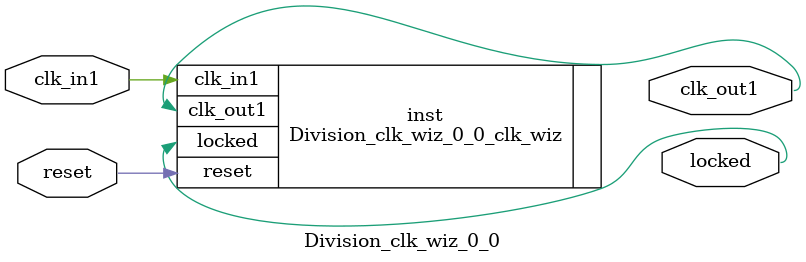
<source format=v>


`timescale 1ps/1ps

(* CORE_GENERATION_INFO = "Division_clk_wiz_0_0,clk_wiz_v6_0_3_0_0,{component_name=Division_clk_wiz_0_0,use_phase_alignment=true,use_min_o_jitter=false,use_max_i_jitter=false,use_dyn_phase_shift=false,use_inclk_switchover=false,use_dyn_reconfig=false,enable_axi=0,feedback_source=FDBK_AUTO,PRIMITIVE=MMCM,num_out_clk=1,clkin1_period=10.000,clkin2_period=10.000,use_power_down=false,use_reset=true,use_locked=true,use_inclk_stopped=false,feedback_type=SINGLE,CLOCK_MGR_TYPE=NA,manual_override=false}" *)

module Division_clk_wiz_0_0 
 (
  // Clock out ports
  output        clk_out1,
  // Status and control signals
  input         reset,
  output        locked,
 // Clock in ports
  input         clk_in1
 );

  Division_clk_wiz_0_0_clk_wiz inst
  (
  // Clock out ports  
  .clk_out1(clk_out1),
  // Status and control signals               
  .reset(reset), 
  .locked(locked),
 // Clock in ports
  .clk_in1(clk_in1)
  );

endmodule

</source>
